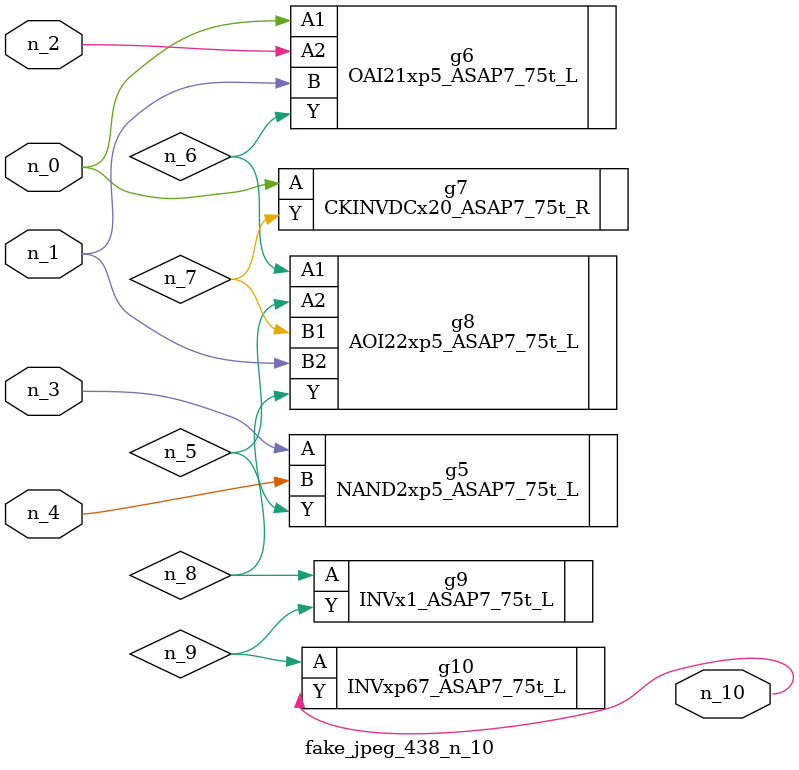
<source format=v>
module fake_jpeg_438_n_10 (n_3, n_2, n_1, n_0, n_4, n_10);

input n_3;
input n_2;
input n_1;
input n_0;
input n_4;

output n_10;

wire n_8;
wire n_9;
wire n_6;
wire n_5;
wire n_7;

NAND2xp5_ASAP7_75t_L g5 ( 
.A(n_3),
.B(n_4),
.Y(n_5)
);

OAI21xp5_ASAP7_75t_L g6 ( 
.A1(n_0),
.A2(n_2),
.B(n_1),
.Y(n_6)
);

CKINVDCx20_ASAP7_75t_R g7 ( 
.A(n_0),
.Y(n_7)
);

AOI22xp5_ASAP7_75t_L g8 ( 
.A1(n_6),
.A2(n_5),
.B1(n_7),
.B2(n_1),
.Y(n_8)
);

INVx1_ASAP7_75t_L g9 ( 
.A(n_8),
.Y(n_9)
);

INVxp67_ASAP7_75t_L g10 ( 
.A(n_9),
.Y(n_10)
);


endmodule
</source>
